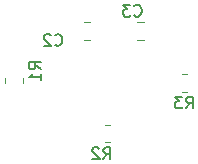
<source format=gbr>
G04 #@! TF.GenerationSoftware,KiCad,Pcbnew,(6.0.4)*
G04 #@! TF.CreationDate,2022-04-19T23:10:38+02:00*
G04 #@! TF.ProjectId,Wt_rnik_oscyloskopowy_JFET,5774f372-6e69-46b5-9f6f-7363796c6f73,rev?*
G04 #@! TF.SameCoordinates,Original*
G04 #@! TF.FileFunction,Legend,Bot*
G04 #@! TF.FilePolarity,Positive*
%FSLAX46Y46*%
G04 Gerber Fmt 4.6, Leading zero omitted, Abs format (unit mm)*
G04 Created by KiCad (PCBNEW (6.0.4)) date 2022-04-19 23:10:38*
%MOMM*%
%LPD*%
G01*
G04 APERTURE LIST*
%ADD10C,0.150000*%
%ADD11C,0.120000*%
G04 APERTURE END LIST*
D10*
G04 #@! TO.C,R3*
X122166666Y-87752380D02*
X122500000Y-87276190D01*
X122738095Y-87752380D02*
X122738095Y-86752380D01*
X122357142Y-86752380D01*
X122261904Y-86800000D01*
X122214285Y-86847619D01*
X122166666Y-86942857D01*
X122166666Y-87085714D01*
X122214285Y-87180952D01*
X122261904Y-87228571D01*
X122357142Y-87276190D01*
X122738095Y-87276190D01*
X121833333Y-86752380D02*
X121214285Y-86752380D01*
X121547619Y-87133333D01*
X121404761Y-87133333D01*
X121309523Y-87180952D01*
X121261904Y-87228571D01*
X121214285Y-87323809D01*
X121214285Y-87561904D01*
X121261904Y-87657142D01*
X121309523Y-87704761D01*
X121404761Y-87752380D01*
X121690476Y-87752380D01*
X121785714Y-87704761D01*
X121833333Y-87657142D01*
G04 #@! TO.C,R2*
X115166666Y-92052380D02*
X115500000Y-91576190D01*
X115738095Y-92052380D02*
X115738095Y-91052380D01*
X115357142Y-91052380D01*
X115261904Y-91100000D01*
X115214285Y-91147619D01*
X115166666Y-91242857D01*
X115166666Y-91385714D01*
X115214285Y-91480952D01*
X115261904Y-91528571D01*
X115357142Y-91576190D01*
X115738095Y-91576190D01*
X114785714Y-91147619D02*
X114738095Y-91100000D01*
X114642857Y-91052380D01*
X114404761Y-91052380D01*
X114309523Y-91100000D01*
X114261904Y-91147619D01*
X114214285Y-91242857D01*
X114214285Y-91338095D01*
X114261904Y-91480952D01*
X114833333Y-92052380D01*
X114214285Y-92052380D01*
G04 #@! TO.C,R1*
X109852380Y-84433333D02*
X109376190Y-84100000D01*
X109852380Y-83861904D02*
X108852380Y-83861904D01*
X108852380Y-84242857D01*
X108900000Y-84338095D01*
X108947619Y-84385714D01*
X109042857Y-84433333D01*
X109185714Y-84433333D01*
X109280952Y-84385714D01*
X109328571Y-84338095D01*
X109376190Y-84242857D01*
X109376190Y-83861904D01*
X109852380Y-85385714D02*
X109852380Y-84814285D01*
X109852380Y-85100000D02*
X108852380Y-85100000D01*
X108995238Y-85004761D01*
X109090476Y-84909523D01*
X109138095Y-84814285D01*
G04 #@! TO.C,C2*
X111066666Y-82357142D02*
X111114285Y-82404761D01*
X111257142Y-82452380D01*
X111352380Y-82452380D01*
X111495238Y-82404761D01*
X111590476Y-82309523D01*
X111638095Y-82214285D01*
X111685714Y-82023809D01*
X111685714Y-81880952D01*
X111638095Y-81690476D01*
X111590476Y-81595238D01*
X111495238Y-81500000D01*
X111352380Y-81452380D01*
X111257142Y-81452380D01*
X111114285Y-81500000D01*
X111066666Y-81547619D01*
X110685714Y-81547619D02*
X110638095Y-81500000D01*
X110542857Y-81452380D01*
X110304761Y-81452380D01*
X110209523Y-81500000D01*
X110161904Y-81547619D01*
X110114285Y-81642857D01*
X110114285Y-81738095D01*
X110161904Y-81880952D01*
X110733333Y-82452380D01*
X110114285Y-82452380D01*
G04 #@! TO.C,C3*
X117766666Y-79877142D02*
X117814285Y-79924761D01*
X117957142Y-79972380D01*
X118052380Y-79972380D01*
X118195238Y-79924761D01*
X118290476Y-79829523D01*
X118338095Y-79734285D01*
X118385714Y-79543809D01*
X118385714Y-79400952D01*
X118338095Y-79210476D01*
X118290476Y-79115238D01*
X118195238Y-79020000D01*
X118052380Y-78972380D01*
X117957142Y-78972380D01*
X117814285Y-79020000D01*
X117766666Y-79067619D01*
X117433333Y-78972380D02*
X116814285Y-78972380D01*
X117147619Y-79353333D01*
X117004761Y-79353333D01*
X116909523Y-79400952D01*
X116861904Y-79448571D01*
X116814285Y-79543809D01*
X116814285Y-79781904D01*
X116861904Y-79877142D01*
X116909523Y-79924761D01*
X117004761Y-79972380D01*
X117290476Y-79972380D01*
X117385714Y-79924761D01*
X117433333Y-79877142D01*
D11*
G04 #@! TO.C,R3*
X121772936Y-84865000D02*
X122227064Y-84865000D01*
X121772936Y-86335000D02*
X122227064Y-86335000D01*
G04 #@! TO.C,R2*
X115272936Y-89165000D02*
X115727064Y-89165000D01*
X115272936Y-90635000D02*
X115727064Y-90635000D01*
G04 #@! TO.C,R1*
X108335000Y-85627064D02*
X108335000Y-85172936D01*
X106865000Y-85627064D02*
X106865000Y-85172936D01*
G04 #@! TO.C,C2*
X113538748Y-81935000D02*
X114061252Y-81935000D01*
X113538748Y-80465000D02*
X114061252Y-80465000D01*
G04 #@! TO.C,C3*
X118561252Y-81935000D02*
X118038748Y-81935000D01*
X118561252Y-80465000D02*
X118038748Y-80465000D01*
G04 #@! TD*
M02*

</source>
